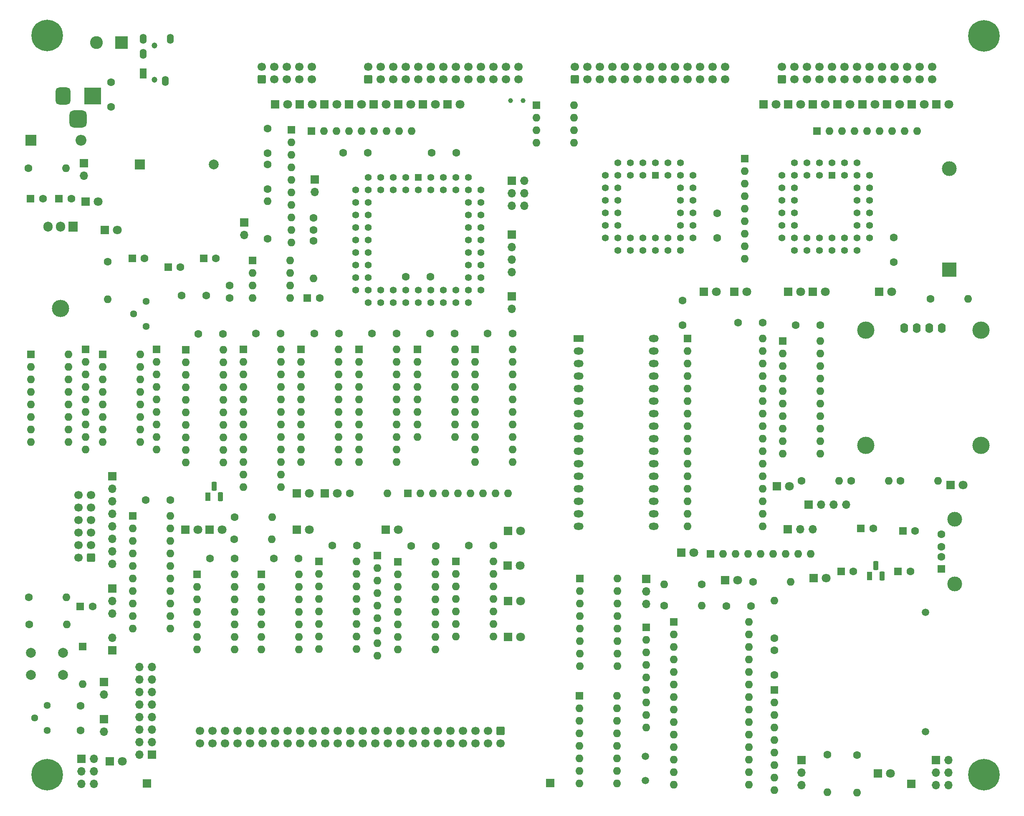
<source format=gbr>
%TF.GenerationSoftware,KiCad,Pcbnew,(6.0.11)*%
%TF.CreationDate,2024-01-15T12:10:07-05:00*%
%TF.ProjectId,SAB80535-Dev-Board,53414238-3035-4333-952d-4465762d426f,rev?*%
%TF.SameCoordinates,Original*%
%TF.FileFunction,Soldermask,Bot*%
%TF.FilePolarity,Negative*%
%FSLAX46Y46*%
G04 Gerber Fmt 4.6, Leading zero omitted, Abs format (unit mm)*
G04 Created by KiCad (PCBNEW (6.0.11)) date 2024-01-15 12:10:07*
%MOMM*%
%LPD*%
G01*
G04 APERTURE LIST*
G04 Aperture macros list*
%AMRoundRect*
0 Rectangle with rounded corners*
0 $1 Rounding radius*
0 $2 $3 $4 $5 $6 $7 $8 $9 X,Y pos of 4 corners*
0 Add a 4 corners polygon primitive as box body*
4,1,4,$2,$3,$4,$5,$6,$7,$8,$9,$2,$3,0*
0 Add four circle primitives for the rounded corners*
1,1,$1+$1,$2,$3*
1,1,$1+$1,$4,$5*
1,1,$1+$1,$6,$7*
1,1,$1+$1,$8,$9*
0 Add four rect primitives between the rounded corners*
20,1,$1+$1,$2,$3,$4,$5,0*
20,1,$1+$1,$4,$5,$6,$7,0*
20,1,$1+$1,$6,$7,$8,$9,0*
20,1,$1+$1,$8,$9,$2,$3,0*%
G04 Aperture macros list end*
%ADD10R,1.600000X1.600000*%
%ADD11O,1.600000X1.600000*%
%ADD12C,1.600000*%
%ADD13R,1.700000X1.700000*%
%ADD14O,1.700000X1.700000*%
%ADD15R,1.800000X1.800000*%
%ADD16C,1.800000*%
%ADD17R,2.600000X2.600000*%
%ADD18C,2.600000*%
%ADD19O,1.600000X2.000000*%
%ADD20C,3.500000*%
%ADD21R,1.500000X1.600000*%
%ADD22C,3.000000*%
%ADD23R,1.422400X1.422400*%
%ADD24C,1.422400*%
%ADD25RoundRect,0.250000X0.600000X-0.600000X0.600000X0.600000X-0.600000X0.600000X-0.600000X-0.600000X0*%
%ADD26C,1.700000*%
%ADD27C,6.400000*%
%ADD28R,1.100000X1.800000*%
%ADD29RoundRect,0.275000X-0.275000X-0.625000X0.275000X-0.625000X0.275000X0.625000X-0.275000X0.625000X0*%
%ADD30R,3.500000X3.500000*%
%ADD31RoundRect,0.750000X-0.750000X-1.000000X0.750000X-1.000000X0.750000X1.000000X-0.750000X1.000000X0*%
%ADD32RoundRect,0.875000X-0.875000X-0.875000X0.875000X-0.875000X0.875000X0.875000X-0.875000X0.875000X0*%
%ADD33R,2.200000X2.200000*%
%ADD34O,2.200000X2.200000*%
%ADD35C,1.440000*%
%ADD36RoundRect,0.250000X-0.600000X0.600000X-0.600000X-0.600000X0.600000X-0.600000X0.600000X0.600000X0*%
%ADD37C,1.500000*%
%ADD38O,3.500000X3.500000*%
%ADD39R,1.905000X2.000000*%
%ADD40O,1.905000X2.000000*%
%ADD41C,1.000000*%
%ADD42RoundRect,0.250000X0.600000X0.600000X-0.600000X0.600000X-0.600000X-0.600000X0.600000X-0.600000X0*%
%ADD43R,2.000000X1.440000*%
%ADD44O,2.000000X1.440000*%
%ADD45C,2.000000*%
%ADD46R,3.000000X3.000000*%
%ADD47C,1.200000*%
%ADD48O,1.400000X2.000000*%
%ADD49R,1.400000X2.000000*%
%ADD50R,2.000000X2.000000*%
G04 APERTURE END LIST*
D10*
%TO.C,U17*%
X110160000Y-151695000D03*
D11*
X110160000Y-154235000D03*
X110160000Y-156775000D03*
X110160000Y-159315000D03*
X110160000Y-161855000D03*
X110160000Y-164395000D03*
X110160000Y-166935000D03*
X110160000Y-169475000D03*
X117780000Y-169475000D03*
X117780000Y-166935000D03*
X117780000Y-164395000D03*
X117780000Y-161855000D03*
X117780000Y-159315000D03*
X117780000Y-156775000D03*
X117780000Y-154235000D03*
X117780000Y-151695000D03*
%TD*%
D12*
%TO.C,R3*%
X202500000Y-167310000D03*
D11*
X202500000Y-159690000D03*
%TD*%
D10*
%TO.C,U15*%
X130075000Y-108700000D03*
D11*
X130075000Y-111240000D03*
X130075000Y-113780000D03*
X130075000Y-116320000D03*
X130075000Y-118860000D03*
X130075000Y-121400000D03*
X130075000Y-123940000D03*
X130075000Y-126480000D03*
X137695000Y-126480000D03*
X137695000Y-123940000D03*
X137695000Y-121400000D03*
X137695000Y-118860000D03*
X137695000Y-116320000D03*
X137695000Y-113780000D03*
X137695000Y-111240000D03*
X137695000Y-108700000D03*
%TD*%
D13*
%TO.C,J25*%
X176500000Y-155250000D03*
D14*
X176500000Y-157790000D03*
X176500000Y-160330000D03*
%TD*%
D10*
%TO.C,U4*%
X182125000Y-163975000D03*
D11*
X182125000Y-166515000D03*
X182125000Y-169055000D03*
X182125000Y-171595000D03*
X182125000Y-174135000D03*
X182125000Y-176675000D03*
X182125000Y-179215000D03*
X182125000Y-181755000D03*
X182125000Y-184295000D03*
X182125000Y-186835000D03*
X182125000Y-189375000D03*
X182125000Y-191915000D03*
X182125000Y-194455000D03*
X182125000Y-196995000D03*
X197365000Y-196995000D03*
X197365000Y-194455000D03*
X197365000Y-191915000D03*
X197365000Y-189375000D03*
X197365000Y-186835000D03*
X197365000Y-184295000D03*
X197365000Y-181755000D03*
X197365000Y-179215000D03*
X197365000Y-176675000D03*
X197365000Y-174135000D03*
X197365000Y-171595000D03*
X197365000Y-169055000D03*
X197365000Y-166515000D03*
X197365000Y-163975000D03*
%TD*%
D10*
%TO.C,RN3*%
X62800000Y-108700000D03*
D11*
X62800000Y-111240000D03*
X62800000Y-113780000D03*
X62800000Y-116320000D03*
X62800000Y-118860000D03*
X62800000Y-121400000D03*
X62800000Y-123940000D03*
X62800000Y-126480000D03*
X62800000Y-129020000D03*
%TD*%
D12*
%TO.C,R12*%
X51190000Y-72000000D03*
D11*
X58810000Y-72000000D03*
%TD*%
D15*
%TO.C,D32*%
X192475000Y-155500000D03*
D16*
X195015000Y-155500000D03*
%TD*%
D12*
%TO.C,C15*%
X200120000Y-103300000D03*
X195120000Y-103300000D03*
%TD*%
D13*
%TO.C,J7*%
X208000000Y-191975000D03*
D14*
X208000000Y-194515000D03*
X208000000Y-197055000D03*
%TD*%
D10*
%TO.C,C24*%
X51644900Y-78100000D03*
D12*
X54144900Y-78100000D03*
%TD*%
D10*
%TO.C,RN6*%
X202500000Y-177825000D03*
D11*
X202500000Y-180365000D03*
X202500000Y-182905000D03*
X202500000Y-185445000D03*
X202500000Y-187985000D03*
X202500000Y-190525000D03*
X202500000Y-193065000D03*
X202500000Y-195605000D03*
X202500000Y-198145000D03*
%TD*%
D10*
%TO.C,RN13*%
X77200000Y-108725000D03*
D11*
X77200000Y-111265000D03*
X77200000Y-113805000D03*
X77200000Y-116345000D03*
X77200000Y-118885000D03*
X77200000Y-121425000D03*
X77200000Y-123965000D03*
X77200000Y-126505000D03*
X77200000Y-129045000D03*
%TD*%
D12*
%TO.C,C27*%
X120000000Y-68800000D03*
X115000000Y-68800000D03*
%TD*%
%TO.C,C22*%
X102375000Y-105500000D03*
X97375000Y-105500000D03*
%TD*%
D10*
%TO.C,RN2*%
X104500000Y-64190000D03*
D11*
X104500000Y-66730000D03*
X104500000Y-69270000D03*
X104500000Y-71810000D03*
X104500000Y-74350000D03*
X104500000Y-76890000D03*
X104500000Y-79430000D03*
X104500000Y-81970000D03*
X104500000Y-84510000D03*
X104500000Y-87050000D03*
%TD*%
D17*
%TO.C,J12*%
X70045000Y-46445000D03*
D18*
X64965000Y-46445000D03*
%TD*%
D19*
%TO.C,Brd1*%
X228830000Y-104348000D03*
X231370000Y-104348000D03*
X233910000Y-104348000D03*
X236450000Y-104348000D03*
D20*
X221050000Y-104800000D03*
X244450000Y-104800000D03*
X221050000Y-128150000D03*
X244450000Y-128150000D03*
%TD*%
D13*
%TO.C,J6*%
X235225000Y-191975000D03*
D14*
X237765000Y-191975000D03*
X235225000Y-194515000D03*
X237765000Y-194515000D03*
X235225000Y-197055000D03*
X237765000Y-197055000D03*
%TD*%
D12*
%TO.C,R5*%
X180190000Y-160700000D03*
D11*
X187810000Y-160700000D03*
%TD*%
D10*
%TO.C,RN11*%
X121960000Y-150520000D03*
D11*
X121960000Y-153060000D03*
X121960000Y-155600000D03*
X121960000Y-158140000D03*
X121960000Y-160680000D03*
X121960000Y-163220000D03*
X121960000Y-165760000D03*
X121960000Y-168300000D03*
X121960000Y-170840000D03*
%TD*%
D13*
%TO.C,J13*%
X149210000Y-74475000D03*
D14*
X151750000Y-74475000D03*
X149210000Y-77015000D03*
X151750000Y-77015000D03*
X149210000Y-79555000D03*
X151750000Y-79555000D03*
%TD*%
D12*
%TO.C,C43*%
X145500000Y-148500000D03*
X140500000Y-148500000D03*
%TD*%
%TO.C,R11*%
X93000000Y-142750000D03*
D11*
X100620000Y-142750000D03*
%TD*%
D15*
%TO.C,D37*%
X210255000Y-97000000D03*
D16*
X212795000Y-97000000D03*
%TD*%
D13*
%TO.C,J24*%
X68250000Y-169775000D03*
D14*
X68250000Y-167235000D03*
%TD*%
D21*
%TO.C,J8*%
X236390000Y-153250000D03*
D12*
X236390000Y-150750000D03*
X236390000Y-148750000D03*
X236390000Y-146250000D03*
D22*
X239100000Y-143180000D03*
X239100000Y-156320000D03*
%TD*%
D15*
%TO.C,D21*%
X203020000Y-136500000D03*
D16*
X205560000Y-136500000D03*
%TD*%
D13*
%TO.C,J4*%
X68200000Y-134475000D03*
D14*
X68200000Y-137015000D03*
X68200000Y-139555000D03*
X68200000Y-142095000D03*
X68200000Y-144635000D03*
X68200000Y-147175000D03*
X68200000Y-149715000D03*
X68200000Y-152255000D03*
%TD*%
D10*
%TO.C,U9*%
X94775000Y-108700000D03*
D11*
X94775000Y-111240000D03*
X94775000Y-113780000D03*
X94775000Y-116320000D03*
X94775000Y-118860000D03*
X94775000Y-121400000D03*
X94775000Y-123940000D03*
X94775000Y-126480000D03*
X94775000Y-129020000D03*
X94775000Y-131560000D03*
X94775000Y-134100000D03*
X94775000Y-136640000D03*
X102395000Y-136640000D03*
X102395000Y-134100000D03*
X102395000Y-131560000D03*
X102395000Y-129020000D03*
X102395000Y-126480000D03*
X102395000Y-123940000D03*
X102395000Y-121400000D03*
X102395000Y-118860000D03*
X102395000Y-116320000D03*
X102395000Y-113780000D03*
X102395000Y-111240000D03*
X102395000Y-108700000D03*
%TD*%
D15*
%TO.C,D30*%
X83000000Y-145250000D03*
D16*
X85540000Y-145250000D03*
%TD*%
D12*
%TO.C,R10*%
X92940000Y-147250000D03*
D11*
X100560000Y-147250000D03*
%TD*%
D23*
%TO.C,U12*%
X130250000Y-73800000D03*
D24*
X130250000Y-76340000D03*
X127710000Y-73800000D03*
X127710000Y-76340000D03*
X125170000Y-73800000D03*
X125170000Y-76340000D03*
X122630000Y-73800000D03*
X122630000Y-76340000D03*
X120090000Y-73800000D03*
X117550000Y-76340000D03*
X120090000Y-76340000D03*
X117550000Y-78880000D03*
X120090000Y-78880000D03*
X117550000Y-81420000D03*
X120090000Y-81420000D03*
X117550000Y-83960000D03*
X120090000Y-83960000D03*
X117550000Y-86500000D03*
X120090000Y-86500000D03*
X117550000Y-89040000D03*
X120090000Y-89040000D03*
X117550000Y-91580000D03*
X120090000Y-91580000D03*
X117550000Y-94120000D03*
X120090000Y-94120000D03*
X117550000Y-96660000D03*
X120090000Y-99200000D03*
X120090000Y-96660000D03*
X122630000Y-99200000D03*
X122630000Y-96660000D03*
X125170000Y-99200000D03*
X125170000Y-96660000D03*
X127710000Y-99200000D03*
X127710000Y-96660000D03*
X130250000Y-99200000D03*
X130250000Y-96660000D03*
X132790000Y-99200000D03*
X132790000Y-96660000D03*
X135330000Y-99200000D03*
X135330000Y-96660000D03*
X137870000Y-99200000D03*
X137870000Y-96660000D03*
X140410000Y-99200000D03*
X142950000Y-96660000D03*
X140410000Y-96660000D03*
X142950000Y-94120000D03*
X140410000Y-94120000D03*
X142950000Y-91580000D03*
X140410000Y-91580000D03*
X142950000Y-89040000D03*
X140410000Y-89040000D03*
X142950000Y-86500000D03*
X140410000Y-86500000D03*
X142950000Y-83960000D03*
X140410000Y-83960000D03*
X142950000Y-81420000D03*
X140410000Y-81420000D03*
X142950000Y-78880000D03*
X140410000Y-78880000D03*
X142950000Y-76340000D03*
X140410000Y-73800000D03*
X140410000Y-76340000D03*
X137870000Y-73800000D03*
X137870000Y-76340000D03*
X135330000Y-73800000D03*
X135330000Y-76340000D03*
X132790000Y-73800000D03*
X132790000Y-76340000D03*
%TD*%
D10*
%TO.C,U16*%
X98410000Y-154320000D03*
D11*
X98410000Y-156860000D03*
X98410000Y-159400000D03*
X98410000Y-161940000D03*
X98410000Y-164480000D03*
X98410000Y-167020000D03*
X98410000Y-169560000D03*
X106030000Y-169560000D03*
X106030000Y-167020000D03*
X106030000Y-164480000D03*
X106030000Y-161940000D03*
X106030000Y-159400000D03*
X106030000Y-156860000D03*
X106030000Y-154320000D03*
%TD*%
D15*
%TO.C,D26*%
X148435000Y-152600000D03*
D16*
X150975000Y-152600000D03*
%TD*%
D10*
%TO.C,U11*%
X118275000Y-108700000D03*
D11*
X118275000Y-111240000D03*
X118275000Y-113780000D03*
X118275000Y-116320000D03*
X118275000Y-118860000D03*
X118275000Y-121400000D03*
X118275000Y-123940000D03*
X118275000Y-126480000D03*
X118275000Y-129020000D03*
X118275000Y-131560000D03*
X125895000Y-131560000D03*
X125895000Y-129020000D03*
X125895000Y-126480000D03*
X125895000Y-123940000D03*
X125895000Y-121400000D03*
X125895000Y-118860000D03*
X125895000Y-116320000D03*
X125895000Y-113780000D03*
X125895000Y-111240000D03*
X125895000Y-108700000D03*
%TD*%
D15*
%TO.C,D8*%
X200320000Y-59000000D03*
D16*
X202860000Y-59000000D03*
%TD*%
D15*
%TO.C,D15*%
X121225000Y-59000000D03*
D16*
X123765000Y-59000000D03*
%TD*%
D25*
%TO.C,J2*%
X203990000Y-53947500D03*
D26*
X203990000Y-51407500D03*
X206530000Y-53947500D03*
X206530000Y-51407500D03*
X209070000Y-53947500D03*
X209070000Y-51407500D03*
X211610000Y-53947500D03*
X211610000Y-51407500D03*
X214150000Y-53947500D03*
X214150000Y-51407500D03*
X216690000Y-53947500D03*
X216690000Y-51407500D03*
X219230000Y-53947500D03*
X219230000Y-51407500D03*
X221770000Y-53947500D03*
X221770000Y-51407500D03*
X224310000Y-53947500D03*
X224310000Y-51407500D03*
X226850000Y-53947500D03*
X226850000Y-51407500D03*
X229390000Y-53947500D03*
X229390000Y-51407500D03*
X231930000Y-53947500D03*
X231930000Y-51407500D03*
X234470000Y-53947500D03*
X234470000Y-51407500D03*
%TD*%
D10*
%TO.C,RN12*%
X189525000Y-150150000D03*
D11*
X192065000Y-150150000D03*
X194605000Y-150150000D03*
X197145000Y-150150000D03*
X199685000Y-150150000D03*
X202225000Y-150150000D03*
X204765000Y-150150000D03*
X207305000Y-150150000D03*
X209845000Y-150150000D03*
%TD*%
D10*
%TO.C,RN10*%
X196500000Y-70000000D03*
D11*
X196500000Y-72540000D03*
X196500000Y-75080000D03*
X196500000Y-77620000D03*
X196500000Y-80160000D03*
X196500000Y-82700000D03*
X196500000Y-85240000D03*
X196500000Y-87780000D03*
X196500000Y-90320000D03*
%TD*%
D12*
%TO.C,R17*%
X51340000Y-164500000D03*
D11*
X58960000Y-164500000D03*
%TD*%
D10*
%TO.C,RN8*%
X108575000Y-64400000D03*
D11*
X111115000Y-64400000D03*
X113655000Y-64400000D03*
X116195000Y-64400000D03*
X118735000Y-64400000D03*
X121275000Y-64400000D03*
X123815000Y-64400000D03*
X126355000Y-64400000D03*
X128895000Y-64400000D03*
%TD*%
D12*
%TO.C,R9*%
X67250000Y-90940000D03*
D11*
X67250000Y-98560000D03*
%TD*%
D12*
%TO.C,C7*%
X109000000Y-84500000D03*
X109000000Y-82000000D03*
%TD*%
D15*
%TO.C,D11*%
X223475000Y-194750000D03*
D16*
X226015000Y-194750000D03*
%TD*%
D10*
%TO.C,SW3*%
X66232500Y-109700000D03*
D11*
X66232500Y-112240000D03*
X66232500Y-114780000D03*
X66232500Y-117320000D03*
X66232500Y-119860000D03*
X66232500Y-122400000D03*
X66232500Y-124940000D03*
X66232500Y-127480000D03*
X73852500Y-127480000D03*
X73852500Y-124940000D03*
X73852500Y-122400000D03*
X73852500Y-119860000D03*
X73852500Y-117320000D03*
X73852500Y-114780000D03*
X73852500Y-112240000D03*
X73852500Y-109700000D03*
%TD*%
D12*
%TO.C,C13*%
X61750000Y-181000000D03*
X61750000Y-186000000D03*
%TD*%
D10*
%TO.C,D34*%
X62250000Y-169000000D03*
D11*
X62250000Y-176620000D03*
%TD*%
D27*
%TO.C,H1*%
X55000000Y-45000000D03*
%TD*%
D10*
%TO.C,C11*%
X228567600Y-145500000D03*
D12*
X231067600Y-145500000D03*
%TD*%
D10*
%TO.C,C29*%
X227589800Y-153750000D03*
D12*
X230089800Y-153750000D03*
%TD*%
%TO.C,C3*%
X92000000Y-95750000D03*
X92000000Y-98250000D03*
%TD*%
%TO.C,R6*%
X198190000Y-155900000D03*
D11*
X205810000Y-155900000D03*
%TD*%
D13*
%TO.C,TP2*%
X75250000Y-196750000D03*
%TD*%
D12*
%TO.C,C2*%
X99750000Y-76190000D03*
X99750000Y-71190000D03*
%TD*%
D15*
%TO.C,D39*%
X148460000Y-167000000D03*
D16*
X151000000Y-167000000D03*
%TD*%
D15*
%TO.C,D6*%
X210325000Y-59000000D03*
D16*
X212865000Y-59000000D03*
%TD*%
D12*
%TO.C,C5*%
X87300000Y-97800000D03*
X82300000Y-97800000D03*
%TD*%
D10*
%TO.C,RN5*%
X163000000Y-179000000D03*
D11*
X163000000Y-181540000D03*
X163000000Y-184080000D03*
X163000000Y-186620000D03*
X163000000Y-189160000D03*
X163000000Y-191700000D03*
X163000000Y-194240000D03*
X163000000Y-196780000D03*
X170620000Y-196780000D03*
X170620000Y-194240000D03*
X170620000Y-191700000D03*
X170620000Y-189160000D03*
X170620000Y-186620000D03*
X170620000Y-184080000D03*
X170620000Y-181540000D03*
X170620000Y-179000000D03*
%TD*%
D12*
%TO.C,C38*%
X80000000Y-139300000D03*
X75000000Y-139300000D03*
%TD*%
D28*
%TO.C,U21*%
X87625000Y-138550000D03*
D29*
X88895000Y-136480000D03*
X90165000Y-138550000D03*
%TD*%
D15*
%TO.C,D25*%
X105600000Y-137900000D03*
D16*
X108140000Y-137900000D03*
%TD*%
D15*
%TO.C,D35*%
X105600000Y-145250000D03*
D16*
X108140000Y-145250000D03*
%TD*%
D15*
%TO.C,D42*%
X111350000Y-137900000D03*
D16*
X113890000Y-137900000D03*
%TD*%
D12*
%TO.C,C18*%
X68000000Y-54500000D03*
X68000000Y-59500000D03*
%TD*%
%TO.C,C14*%
X226750000Y-86000000D03*
X226750000Y-91000000D03*
%TD*%
D10*
%TO.C,RN9*%
X128200000Y-137900000D03*
D11*
X130740000Y-137900000D03*
X133280000Y-137900000D03*
X135820000Y-137900000D03*
X138360000Y-137900000D03*
X140900000Y-137900000D03*
X143440000Y-137900000D03*
X145980000Y-137900000D03*
X148520000Y-137900000D03*
%TD*%
D10*
%TO.C,C30*%
X216044900Y-153750000D03*
D12*
X218544900Y-153750000D03*
%TD*%
D10*
%TO.C,U22*%
X106525000Y-108700000D03*
D11*
X106525000Y-111240000D03*
X106525000Y-113780000D03*
X106525000Y-116320000D03*
X106525000Y-118860000D03*
X106525000Y-121400000D03*
X106525000Y-123940000D03*
X106525000Y-126480000D03*
X106525000Y-129020000D03*
X106525000Y-131560000D03*
X114145000Y-131560000D03*
X114145000Y-129020000D03*
X114145000Y-126480000D03*
X114145000Y-123940000D03*
X114145000Y-121400000D03*
X114145000Y-118860000D03*
X114145000Y-116320000D03*
X114145000Y-113780000D03*
X114145000Y-111240000D03*
X114145000Y-108700000D03*
%TD*%
D15*
%TO.C,D20*%
X183625000Y-149900000D03*
D16*
X186165000Y-149900000D03*
%TD*%
D12*
%TO.C,C42*%
X133800000Y-148600000D03*
X128800000Y-148600000D03*
%TD*%
D27*
%TO.C,H2*%
X245000000Y-45117500D03*
%TD*%
%TO.C,H4*%
X245000000Y-195000000D03*
%TD*%
D15*
%TO.C,D1*%
X235325000Y-59000000D03*
D16*
X237865000Y-59000000D03*
%TD*%
D12*
%TO.C,C19*%
X183900000Y-103800000D03*
X183900000Y-98800000D03*
%TD*%
D15*
%TO.C,D28*%
X66725000Y-84500000D03*
D16*
X69265000Y-84500000D03*
%TD*%
D15*
%TO.C,D41*%
X194360000Y-97000000D03*
D16*
X196900000Y-97000000D03*
%TD*%
D30*
%TO.C,J11*%
X64250000Y-57292500D03*
D31*
X58250000Y-57292500D03*
D32*
X61250000Y-61992500D03*
%TD*%
D12*
%TO.C,C36*%
X149375000Y-105500000D03*
X144375000Y-105500000D03*
%TD*%
D15*
%TO.C,D3*%
X225325000Y-59000000D03*
D16*
X227865000Y-59000000D03*
%TD*%
D33*
%TO.C,D10*%
X51670000Y-66250000D03*
D34*
X61830000Y-66250000D03*
%TD*%
D12*
%TO.C,C16*%
X125875000Y-105500000D03*
X120875000Y-105500000D03*
%TD*%
D13*
%TO.C,J21*%
X109250000Y-74225000D03*
D14*
X109250000Y-76765000D03*
%TD*%
D15*
%TO.C,D23*%
X223725000Y-97000000D03*
D16*
X226265000Y-97000000D03*
%TD*%
D15*
%TO.C,D5*%
X215325000Y-59000000D03*
D16*
X217865000Y-59000000D03*
%TD*%
D12*
%TO.C,R16*%
X51290000Y-159000000D03*
D11*
X58910000Y-159000000D03*
%TD*%
D12*
%TO.C,C34*%
X117800000Y-148500000D03*
X112800000Y-148500000D03*
%TD*%
D13*
%TO.C,J14*%
X149250000Y-97975000D03*
D14*
X149250000Y-100515000D03*
%TD*%
D15*
%TO.C,D38*%
X148450000Y-145500000D03*
D16*
X150990000Y-145500000D03*
%TD*%
D12*
%TO.C,R2*%
X109000000Y-86690000D03*
D11*
X109000000Y-94310000D03*
%TD*%
D10*
%TO.C,C6*%
X107794900Y-98300000D03*
D12*
X110294900Y-98300000D03*
%TD*%
D15*
%TO.C,D29*%
X87975000Y-145250000D03*
D16*
X90515000Y-145250000D03*
%TD*%
D35*
%TO.C,RV1*%
X75100000Y-99000000D03*
X72560000Y-101540000D03*
X75100000Y-104080000D03*
%TD*%
D15*
%TO.C,D13*%
X131225000Y-59000000D03*
D16*
X133765000Y-59000000D03*
%TD*%
D10*
%TO.C,U19*%
X204170000Y-106975000D03*
D11*
X204170000Y-109515000D03*
X204170000Y-112055000D03*
X204170000Y-114595000D03*
X204170000Y-117135000D03*
X204170000Y-119675000D03*
X204170000Y-122215000D03*
X204170000Y-124755000D03*
X204170000Y-127295000D03*
X204170000Y-129835000D03*
X211790000Y-129835000D03*
X211790000Y-127295000D03*
X211790000Y-124755000D03*
X211790000Y-122215000D03*
X211790000Y-119675000D03*
X211790000Y-117135000D03*
X211790000Y-114595000D03*
X211790000Y-112055000D03*
X211790000Y-109515000D03*
X211790000Y-106975000D03*
%TD*%
D10*
%TO.C,RN4*%
X163050000Y-155150000D03*
D11*
X163050000Y-157690000D03*
X163050000Y-160230000D03*
X163050000Y-162770000D03*
X163050000Y-165310000D03*
X163050000Y-167850000D03*
X163050000Y-170390000D03*
X163050000Y-172930000D03*
X170670000Y-172930000D03*
X170670000Y-170390000D03*
X170670000Y-167850000D03*
X170670000Y-165310000D03*
X170670000Y-162770000D03*
X170670000Y-160230000D03*
X170670000Y-157690000D03*
X170670000Y-155150000D03*
%TD*%
D12*
%TO.C,R14*%
X116375000Y-137900000D03*
D11*
X123995000Y-137900000D03*
%TD*%
D10*
%TO.C,U13*%
X141775000Y-108700000D03*
D11*
X141775000Y-111240000D03*
X141775000Y-113780000D03*
X141775000Y-116320000D03*
X141775000Y-118860000D03*
X141775000Y-121400000D03*
X141775000Y-123940000D03*
X141775000Y-126480000D03*
X141775000Y-129020000D03*
X141775000Y-131560000D03*
X149395000Y-131560000D03*
X149395000Y-129020000D03*
X149395000Y-126480000D03*
X149395000Y-123940000D03*
X149395000Y-121400000D03*
X149395000Y-118860000D03*
X149395000Y-116320000D03*
X149395000Y-113780000D03*
X149395000Y-111240000D03*
X149395000Y-108700000D03*
%TD*%
D13*
%TO.C,TP1*%
X157000000Y-196700000D03*
%TD*%
D15*
%TO.C,D12*%
X136225000Y-59000000D03*
D16*
X138765000Y-59000000D03*
%TD*%
D13*
%TO.C,J23*%
X205250000Y-145200000D03*
D14*
X207790000Y-145200000D03*
X210330000Y-145200000D03*
%TD*%
D15*
%TO.C,D33*%
X238250000Y-136200000D03*
D16*
X240790000Y-136200000D03*
%TD*%
D12*
%TO.C,R4*%
X213250000Y-190940000D03*
D11*
X213250000Y-198560000D03*
%TD*%
D13*
%TO.C,J9*%
X61975000Y-191725000D03*
D14*
X64515000Y-191725000D03*
X61975000Y-194265000D03*
X64515000Y-194265000D03*
X61975000Y-196805000D03*
X64515000Y-196805000D03*
%TD*%
D15*
%TO.C,D40*%
X62790000Y-78750000D03*
D16*
X65330000Y-78750000D03*
%TD*%
D36*
%TO.C,J20*%
X147000000Y-186102500D03*
D26*
X147000000Y-188642500D03*
X144460000Y-186102500D03*
X144460000Y-188642500D03*
X141920000Y-186102500D03*
X141920000Y-188642500D03*
X139380000Y-186102500D03*
X139380000Y-188642500D03*
X136840000Y-186102500D03*
X136840000Y-188642500D03*
X134300000Y-186102500D03*
X134300000Y-188642500D03*
X131760000Y-186102500D03*
X131760000Y-188642500D03*
X129220000Y-186102500D03*
X129220000Y-188642500D03*
X126680000Y-186102500D03*
X126680000Y-188642500D03*
X124140000Y-186102500D03*
X124140000Y-188642500D03*
X121600000Y-186102500D03*
X121600000Y-188642500D03*
X119060000Y-186102500D03*
X119060000Y-188642500D03*
X116520000Y-186102500D03*
X116520000Y-188642500D03*
X113980000Y-186102500D03*
X113980000Y-188642500D03*
X111440000Y-186102500D03*
X111440000Y-188642500D03*
X108900000Y-186102500D03*
X108900000Y-188642500D03*
X106360000Y-186102500D03*
X106360000Y-188642500D03*
X103820000Y-186102500D03*
X103820000Y-188642500D03*
X101280000Y-186102500D03*
X101280000Y-188642500D03*
X98740000Y-186102500D03*
X98740000Y-188642500D03*
X96200000Y-186102500D03*
X96200000Y-188642500D03*
X93660000Y-186102500D03*
X93660000Y-188642500D03*
X91120000Y-186102500D03*
X91120000Y-188642500D03*
X88580000Y-186102500D03*
X88580000Y-188642500D03*
X86040000Y-186102500D03*
X86040000Y-188642500D03*
%TD*%
D12*
%TO.C,C28*%
X90675000Y-105600000D03*
X85675000Y-105600000D03*
%TD*%
D25*
%TO.C,J1*%
X162060000Y-53947500D03*
D26*
X162060000Y-51407500D03*
X164600000Y-53947500D03*
X164600000Y-51407500D03*
X167140000Y-53947500D03*
X167140000Y-51407500D03*
X169680000Y-53947500D03*
X169680000Y-51407500D03*
X172220000Y-53947500D03*
X172220000Y-51407500D03*
X174760000Y-53947500D03*
X174760000Y-51407500D03*
X177300000Y-53947500D03*
X177300000Y-51407500D03*
X179840000Y-53947500D03*
X179840000Y-51407500D03*
X182380000Y-53947500D03*
X182380000Y-51407500D03*
X184920000Y-53947500D03*
X184920000Y-51407500D03*
X187460000Y-53947500D03*
X187460000Y-51407500D03*
X190000000Y-53947500D03*
X190000000Y-51407500D03*
X192540000Y-53947500D03*
X192540000Y-51407500D03*
%TD*%
D12*
%TO.C,C23*%
X114175000Y-105500000D03*
X109175000Y-105500000D03*
%TD*%
D23*
%TO.C,U2*%
X214200000Y-73400000D03*
D24*
X211660000Y-70860000D03*
X211660000Y-73400000D03*
X209120000Y-70860000D03*
X209120000Y-73400000D03*
X206580000Y-70860000D03*
X204040000Y-73400000D03*
X206580000Y-73400000D03*
X204040000Y-75940000D03*
X206580000Y-75940000D03*
X204040000Y-78480000D03*
X206580000Y-78480000D03*
X204040000Y-81020000D03*
X206580000Y-81020000D03*
X204040000Y-83560000D03*
X206580000Y-83560000D03*
X204040000Y-86100000D03*
X206580000Y-88640000D03*
X206580000Y-86100000D03*
X209120000Y-88640000D03*
X209120000Y-86100000D03*
X211660000Y-88640000D03*
X211660000Y-86100000D03*
X214200000Y-88640000D03*
X214200000Y-86100000D03*
X216740000Y-88640000D03*
X216740000Y-86100000D03*
X219280000Y-88640000D03*
X221820000Y-86100000D03*
X219280000Y-86100000D03*
X221820000Y-83560000D03*
X219280000Y-83560000D03*
X221820000Y-81020000D03*
X219280000Y-81020000D03*
X221820000Y-78480000D03*
X219280000Y-78480000D03*
X221820000Y-75940000D03*
X219280000Y-75940000D03*
X221820000Y-73400000D03*
X219280000Y-70860000D03*
X219280000Y-73400000D03*
X216740000Y-70860000D03*
X216740000Y-73400000D03*
X214200000Y-70860000D03*
%TD*%
D12*
%TO.C,C37*%
X93000000Y-151100000D03*
X88000000Y-151100000D03*
%TD*%
D15*
%TO.C,D19*%
X101225000Y-59000000D03*
D16*
X103765000Y-59000000D03*
%TD*%
D15*
%TO.C,D2*%
X230325000Y-59000000D03*
D16*
X232865000Y-59000000D03*
%TD*%
D12*
%TO.C,R13*%
X234190000Y-98500000D03*
D11*
X241810000Y-98500000D03*
%TD*%
D15*
%TO.C,D22*%
X188225000Y-97000000D03*
D16*
X190765000Y-97000000D03*
%TD*%
D10*
%TO.C,SW1*%
X51750000Y-109700000D03*
D11*
X51750000Y-112240000D03*
X51750000Y-114780000D03*
X51750000Y-117320000D03*
X51750000Y-119860000D03*
X51750000Y-122400000D03*
X51750000Y-124940000D03*
X51750000Y-127480000D03*
X59370000Y-127480000D03*
X59370000Y-124940000D03*
X59370000Y-122400000D03*
X59370000Y-119860000D03*
X59370000Y-117320000D03*
X59370000Y-114780000D03*
X59370000Y-112240000D03*
X59370000Y-109700000D03*
%TD*%
D12*
%TO.C,C32*%
X106000000Y-151100000D03*
X101000000Y-151100000D03*
%TD*%
%TO.C,C10*%
X202500000Y-174750000D03*
X202500000Y-169750000D03*
%TD*%
D15*
%TO.C,D36*%
X205255000Y-97000000D03*
D16*
X207795000Y-97000000D03*
%TD*%
D37*
%TO.C,Y1*%
X176325000Y-191250000D03*
X176325000Y-196130000D03*
%TD*%
D35*
%TO.C,RV2*%
X54985000Y-180960000D03*
X52445000Y-183500000D03*
X54985000Y-186040000D03*
%TD*%
D38*
%TO.C,U5*%
X57700000Y-100430000D03*
D39*
X60240000Y-83770000D03*
D40*
X57700000Y-83770000D03*
X55160000Y-83770000D03*
%TD*%
D15*
%TO.C,D18*%
X106225000Y-59000000D03*
D16*
X108765000Y-59000000D03*
%TD*%
D15*
%TO.C,D27*%
X148465000Y-159750000D03*
D16*
X151005000Y-159750000D03*
%TD*%
D41*
%TO.C,X1*%
X148950000Y-58250000D03*
X151490000Y-58250000D03*
%TD*%
D10*
%TO.C,U20*%
X85410000Y-154320000D03*
D11*
X85410000Y-156860000D03*
X85410000Y-159400000D03*
X85410000Y-161940000D03*
X85410000Y-164480000D03*
X85410000Y-167020000D03*
X85410000Y-169560000D03*
X93030000Y-169560000D03*
X93030000Y-167020000D03*
X93030000Y-164480000D03*
X93030000Y-161940000D03*
X93030000Y-159400000D03*
X93030000Y-156860000D03*
X93030000Y-154320000D03*
%TD*%
D13*
%TO.C,TP3*%
X230250000Y-196800000D03*
%TD*%
D42*
%TO.C,J19*%
X63897500Y-150950000D03*
D26*
X61357500Y-150950000D03*
X63897500Y-148410000D03*
X61357500Y-148410000D03*
X63897500Y-145870000D03*
X61357500Y-145870000D03*
X63897500Y-143330000D03*
X61357500Y-143330000D03*
X63897500Y-140790000D03*
X61357500Y-140790000D03*
X63897500Y-138250000D03*
X61357500Y-138250000D03*
%TD*%
D43*
%TO.C,U7*%
X162749900Y-106500000D03*
D44*
X162749900Y-109040000D03*
X162749900Y-111580000D03*
X162749900Y-114120000D03*
X162749900Y-116660000D03*
X162749900Y-119200000D03*
X162749900Y-121740000D03*
X162749900Y-124280000D03*
X162749900Y-126820000D03*
X162749900Y-129360000D03*
X162749900Y-131900000D03*
X162749900Y-134440000D03*
X162749900Y-136980000D03*
X162749900Y-139520000D03*
X162749900Y-142060000D03*
X162749900Y-144600000D03*
X177989900Y-144600000D03*
X177989900Y-142060000D03*
X177989900Y-139520000D03*
X177989900Y-136980000D03*
X177989900Y-134440000D03*
X177989900Y-131900000D03*
X177989900Y-129360000D03*
X177989900Y-126820000D03*
X177989900Y-124280000D03*
X177989900Y-121740000D03*
X177989900Y-119200000D03*
X177989900Y-116660000D03*
X177989900Y-114120000D03*
X177989900Y-111580000D03*
X177989900Y-109040000D03*
X177989900Y-106500000D03*
%TD*%
D10*
%TO.C,C26*%
X79544900Y-92000000D03*
D12*
X82044900Y-92000000D03*
%TD*%
D10*
%TO.C,U8*%
X184904900Y-106525000D03*
D11*
X184904900Y-109065000D03*
X184904900Y-111605000D03*
X184904900Y-114145000D03*
X184904900Y-116685000D03*
X184904900Y-119225000D03*
X184904900Y-121765000D03*
X184904900Y-124305000D03*
X184904900Y-126845000D03*
X184904900Y-129385000D03*
X184904900Y-131925000D03*
X184904900Y-134465000D03*
X184904900Y-137005000D03*
X184904900Y-139545000D03*
X184904900Y-142085000D03*
X184904900Y-144625000D03*
X200144900Y-144625000D03*
X200144900Y-142085000D03*
X200144900Y-139545000D03*
X200144900Y-137005000D03*
X200144900Y-134465000D03*
X200144900Y-131925000D03*
X200144900Y-129385000D03*
X200144900Y-126845000D03*
X200144900Y-124305000D03*
X200144900Y-121765000D03*
X200144900Y-119225000D03*
X200144900Y-116685000D03*
X200144900Y-114145000D03*
X200144900Y-111605000D03*
X200144900Y-109065000D03*
X200144900Y-106525000D03*
%TD*%
D10*
%TO.C,RN1*%
X211155000Y-64400000D03*
D11*
X213695000Y-64400000D03*
X216235000Y-64400000D03*
X218775000Y-64400000D03*
X221315000Y-64400000D03*
X223855000Y-64400000D03*
X226395000Y-64400000D03*
X228935000Y-64400000D03*
X231475000Y-64400000D03*
%TD*%
D10*
%TO.C,U23*%
X72410000Y-142470000D03*
D11*
X72410000Y-145010000D03*
X72410000Y-147550000D03*
X72410000Y-150090000D03*
X72410000Y-152630000D03*
X72410000Y-155170000D03*
X72410000Y-157710000D03*
X72410000Y-160250000D03*
X72410000Y-162790000D03*
X72410000Y-165330000D03*
X80030000Y-165330000D03*
X80030000Y-162790000D03*
X80030000Y-160250000D03*
X80030000Y-157710000D03*
X80030000Y-155170000D03*
X80030000Y-152630000D03*
X80030000Y-150090000D03*
X80030000Y-147550000D03*
X80030000Y-145010000D03*
X80030000Y-142470000D03*
%TD*%
D25*
%TO.C,J15*%
X98520000Y-53947500D03*
D26*
X98520000Y-51407500D03*
X101060000Y-53947500D03*
X101060000Y-51407500D03*
X103600000Y-53947500D03*
X103600000Y-51407500D03*
X106140000Y-53947500D03*
X106140000Y-51407500D03*
X108680000Y-53947500D03*
X108680000Y-51407500D03*
%TD*%
D10*
%TO.C,U10*%
X137910000Y-151695000D03*
D11*
X137910000Y-154235000D03*
X137910000Y-156775000D03*
X137910000Y-159315000D03*
X137910000Y-161855000D03*
X137910000Y-164395000D03*
X137910000Y-166935000D03*
X145530000Y-166935000D03*
X145530000Y-164395000D03*
X145530000Y-161855000D03*
X145530000Y-159315000D03*
X145530000Y-156775000D03*
X145530000Y-154235000D03*
X145530000Y-151695000D03*
%TD*%
D45*
%TO.C,SW2*%
X58250000Y-170250000D03*
X51750000Y-170250000D03*
X58250000Y-174750000D03*
X51750000Y-174750000D03*
%TD*%
D15*
%TO.C,D14*%
X126250000Y-59000000D03*
D16*
X128790000Y-59000000D03*
%TD*%
D10*
%TO.C,C9*%
X220027300Y-145000000D03*
D12*
X222527300Y-145000000D03*
%TD*%
%TO.C,C17*%
X132950000Y-68800000D03*
X137950000Y-68800000D03*
%TD*%
D27*
%TO.C,H3*%
X55000000Y-195000000D03*
%TD*%
D13*
%TO.C,JP4*%
X66500000Y-183725000D03*
D14*
X66500000Y-186265000D03*
%TD*%
D37*
%TO.C,J5*%
X233150000Y-162050000D03*
X233150000Y-186250000D03*
%TD*%
D12*
%TO.C,R15*%
X228040000Y-135400000D03*
D11*
X235660000Y-135400000D03*
%TD*%
D10*
%TO.C,RN7*%
X176500000Y-165075000D03*
D11*
X176500000Y-167615000D03*
X176500000Y-170155000D03*
X176500000Y-172695000D03*
X176500000Y-175235000D03*
X176500000Y-177775000D03*
X176500000Y-180315000D03*
X176500000Y-182855000D03*
X176500000Y-185395000D03*
%TD*%
D25*
%TO.C,J18*%
X120100000Y-53947500D03*
D26*
X120100000Y-51407500D03*
X122640000Y-53947500D03*
X122640000Y-51407500D03*
X125180000Y-53947500D03*
X125180000Y-51407500D03*
X127720000Y-53947500D03*
X127720000Y-51407500D03*
X130260000Y-53947500D03*
X130260000Y-51407500D03*
X132800000Y-53947500D03*
X132800000Y-51407500D03*
X135340000Y-53947500D03*
X135340000Y-51407500D03*
X137880000Y-53947500D03*
X137880000Y-51407500D03*
X140420000Y-53947500D03*
X140420000Y-51407500D03*
X142960000Y-53947500D03*
X142960000Y-51407500D03*
X145500000Y-53947500D03*
X145500000Y-51407500D03*
X148040000Y-53947500D03*
X148040000Y-51407500D03*
X150580000Y-53947500D03*
X150580000Y-51407500D03*
%TD*%
D13*
%TO.C,JP3*%
X66500000Y-176225000D03*
D14*
X66500000Y-178765000D03*
%TD*%
D28*
%TO.C,U6*%
X221774900Y-154670000D03*
D29*
X223044900Y-152600000D03*
X224314900Y-154670000D03*
%TD*%
D10*
%TO.C,U18*%
X126160000Y-151795000D03*
D11*
X126160000Y-154335000D03*
X126160000Y-156875000D03*
X126160000Y-159415000D03*
X126160000Y-161955000D03*
X126160000Y-164495000D03*
X126160000Y-167035000D03*
X126160000Y-169575000D03*
X133780000Y-169575000D03*
X133780000Y-167035000D03*
X133780000Y-164495000D03*
X133780000Y-161955000D03*
X133780000Y-159415000D03*
X133780000Y-156875000D03*
X133780000Y-154335000D03*
X133780000Y-151795000D03*
%TD*%
D15*
%TO.C,D31*%
X123695000Y-145250000D03*
D16*
X126235000Y-145250000D03*
%TD*%
D13*
%TO.C,J16*%
X149250000Y-85450000D03*
D14*
X149250000Y-87990000D03*
X149250000Y-90530000D03*
X149250000Y-93070000D03*
%TD*%
D15*
%TO.C,D7*%
X205325000Y-59000000D03*
D16*
X207865000Y-59000000D03*
%TD*%
D10*
%TO.C,C4*%
X86750000Y-90250000D03*
D12*
X89250000Y-90250000D03*
%TD*%
D10*
%TO.C,U24*%
X154200000Y-59200000D03*
D11*
X154200000Y-61740000D03*
X154200000Y-64280000D03*
X154200000Y-66820000D03*
X161820000Y-66820000D03*
X161820000Y-64280000D03*
X161820000Y-61740000D03*
X161820000Y-59200000D03*
%TD*%
D15*
%TO.C,D16*%
X116225000Y-59000000D03*
D16*
X118765000Y-59000000D03*
%TD*%
D13*
%TO.C,J10*%
X76275000Y-190875000D03*
D14*
X73735000Y-190875000D03*
X76275000Y-188335000D03*
X73735000Y-188335000D03*
X76275000Y-185795000D03*
X73735000Y-185795000D03*
X76275000Y-183255000D03*
X73735000Y-183255000D03*
X76275000Y-180715000D03*
X73735000Y-180715000D03*
X76275000Y-178175000D03*
X73735000Y-178175000D03*
X76275000Y-175635000D03*
X73735000Y-175635000D03*
X76275000Y-173095000D03*
X73735000Y-173095000D03*
%TD*%
D12*
%TO.C,C25*%
X190920000Y-86100000D03*
X190920000Y-81100000D03*
%TD*%
D10*
%TO.C,C31*%
X61704700Y-160850000D03*
D12*
X64204700Y-160850000D03*
%TD*%
D10*
%TO.C,U3*%
X96700000Y-90700000D03*
D11*
X96700000Y-93240000D03*
X96700000Y-95780000D03*
X96700000Y-98320000D03*
X104320000Y-98320000D03*
X104320000Y-95780000D03*
X104320000Y-93240000D03*
X104320000Y-90700000D03*
%TD*%
D13*
%TO.C,JP2*%
X62500000Y-70925000D03*
D14*
X62500000Y-73465000D03*
%TD*%
D46*
%TO.C,BT1*%
X238000000Y-92500000D03*
D22*
X238000000Y-72010000D03*
%TD*%
D12*
%TO.C,R18*%
X208040000Y-135400000D03*
D11*
X215660000Y-135400000D03*
%TD*%
D12*
%TO.C,R7*%
X187810000Y-156400000D03*
D11*
X180190000Y-156400000D03*
%TD*%
D12*
%TO.C,C20*%
X137675000Y-105500000D03*
X132675000Y-105500000D03*
%TD*%
%TO.C,R8*%
X219250000Y-191000000D03*
D11*
X219250000Y-198620000D03*
%TD*%
D23*
%TO.C,U1*%
X178340000Y-73400000D03*
D24*
X175800000Y-70860000D03*
X175800000Y-73400000D03*
X173260000Y-70860000D03*
X173260000Y-73400000D03*
X170720000Y-70860000D03*
X168180000Y-73400000D03*
X170720000Y-73400000D03*
X168180000Y-75940000D03*
X170720000Y-75940000D03*
X168180000Y-78480000D03*
X170720000Y-78480000D03*
X168180000Y-81020000D03*
X170720000Y-81020000D03*
X168180000Y-83560000D03*
X170720000Y-83560000D03*
X168180000Y-86100000D03*
X170720000Y-88640000D03*
X170720000Y-86100000D03*
X173260000Y-88640000D03*
X173260000Y-86100000D03*
X175800000Y-88640000D03*
X175800000Y-86100000D03*
X178340000Y-88640000D03*
X178340000Y-86100000D03*
X180880000Y-88640000D03*
X180880000Y-86100000D03*
X183420000Y-88640000D03*
X185960000Y-86100000D03*
X183420000Y-86100000D03*
X185960000Y-83560000D03*
X183420000Y-83560000D03*
X185960000Y-81020000D03*
X183420000Y-81020000D03*
X185960000Y-78480000D03*
X183420000Y-78480000D03*
X185960000Y-75940000D03*
X183420000Y-75940000D03*
X185960000Y-73400000D03*
X183420000Y-70860000D03*
X183420000Y-73400000D03*
X180880000Y-70860000D03*
X180880000Y-73400000D03*
X178340000Y-70860000D03*
%TD*%
D12*
%TO.C,C1*%
X99750000Y-63940000D03*
X99750000Y-68940000D03*
%TD*%
D15*
%TO.C,D9*%
X210470000Y-155100000D03*
D16*
X213010000Y-155100000D03*
%TD*%
D15*
%TO.C,D17*%
X111225000Y-59000000D03*
D16*
X113765000Y-59000000D03*
%TD*%
D10*
%TO.C,C21*%
X57400000Y-78100000D03*
D12*
X59900000Y-78100000D03*
%TD*%
%TO.C,C41*%
X211820000Y-103800000D03*
X206820000Y-103800000D03*
%TD*%
D10*
%TO.C,U14*%
X83085000Y-108795000D03*
D11*
X83085000Y-111335000D03*
X83085000Y-113875000D03*
X83085000Y-116415000D03*
X83085000Y-118955000D03*
X83085000Y-121495000D03*
X83085000Y-124035000D03*
X83085000Y-126575000D03*
X83085000Y-129115000D03*
X83085000Y-131655000D03*
X90705000Y-131655000D03*
X90705000Y-129115000D03*
X90705000Y-126575000D03*
X90705000Y-124035000D03*
X90705000Y-121495000D03*
X90705000Y-118955000D03*
X90705000Y-116415000D03*
X90705000Y-113875000D03*
X90705000Y-111335000D03*
X90705000Y-108795000D03*
%TD*%
D10*
%TO.C,C8*%
X72247300Y-90250000D03*
D12*
X74747300Y-90250000D03*
%TD*%
D13*
%TO.C,J22*%
X209450000Y-140200000D03*
D14*
X211990000Y-140200000D03*
X214530000Y-140200000D03*
X217070000Y-140200000D03*
%TD*%
D12*
%TO.C,R19*%
X218040000Y-135400000D03*
D11*
X225660000Y-135400000D03*
%TD*%
D12*
%TO.C,R1*%
X99750000Y-86250000D03*
D11*
X99750000Y-78630000D03*
%TD*%
D12*
%TO.C,C12*%
X197750000Y-160750000D03*
X192750000Y-160750000D03*
%TD*%
D15*
%TO.C,D24*%
X67725000Y-192250000D03*
D16*
X70265000Y-192250000D03*
%TD*%
D47*
%TO.C,J3*%
X76767500Y-54050000D03*
X76767500Y-47050000D03*
D48*
X79967500Y-45750000D03*
X74467500Y-48750000D03*
X74467500Y-45750000D03*
X78967500Y-54250000D03*
D49*
X74467500Y-52750000D03*
%TD*%
D13*
%TO.C,JP5*%
X68250000Y-157225000D03*
D14*
X68250000Y-159765000D03*
X68250000Y-162305000D03*
%TD*%
D50*
%TO.C,LS1*%
X73810000Y-71200000D03*
D45*
X88810000Y-71200000D03*
%TD*%
D13*
%TO.C,JP1*%
X95000000Y-82975000D03*
D14*
X95000000Y-85515000D03*
%TD*%
D15*
%TO.C,D4*%
X220325000Y-59000000D03*
D16*
X222865000Y-59000000D03*
%TD*%
D12*
%TO.C,C33*%
X132750000Y-94000000D03*
X127750000Y-94000000D03*
%TD*%
M02*

</source>
